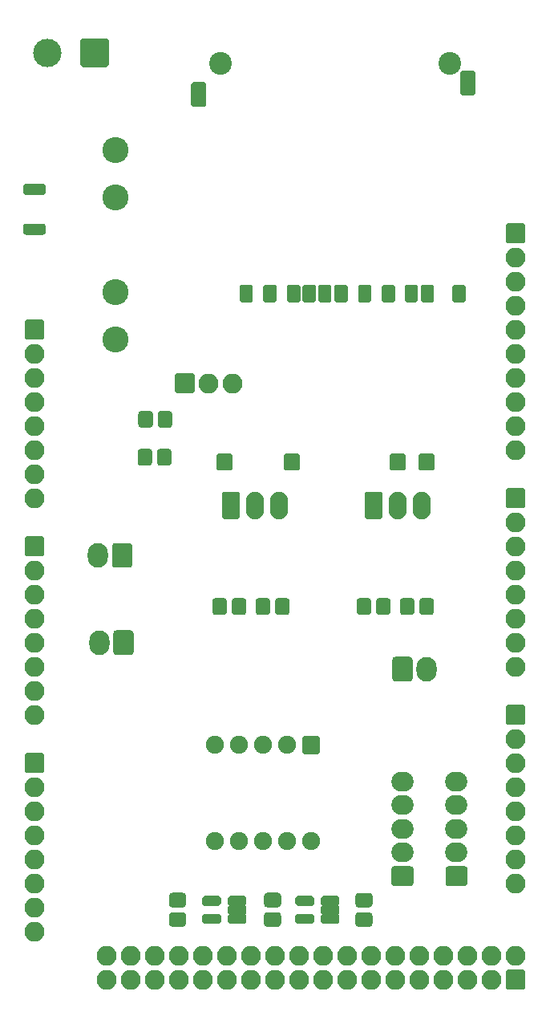
<source format=gbr>
G04 #@! TF.GenerationSoftware,KiCad,Pcbnew,(5.1.8)-1*
G04 #@! TF.CreationDate,2021-02-09T17:12:27-05:00*
G04 #@! TF.ProjectId,rlcs_power,726c6373-5f70-46f7-9765-722e6b696361,rev?*
G04 #@! TF.SameCoordinates,Original*
G04 #@! TF.FileFunction,Soldermask,Top*
G04 #@! TF.FilePolarity,Negative*
%FSLAX46Y46*%
G04 Gerber Fmt 4.6, Leading zero omitted, Abs format (unit mm)*
G04 Created by KiCad (PCBNEW (5.1.8)-1) date 2021-02-09 17:12:27*
%MOMM*%
%LPD*%
G01*
G04 APERTURE LIST*
%ADD10C,2.400000*%
%ADD11O,2.100000X2.100000*%
%ADD12O,2.350000X2.100000*%
%ADD13C,1.900000*%
%ADD14O,1.900000X2.900000*%
%ADD15O,2.140000X2.600000*%
%ADD16C,3.000000*%
%ADD17C,2.750000*%
G04 APERTURE END LIST*
G36*
G01*
X141600000Y-70540000D02*
X140400000Y-70540000D01*
G75*
G02*
X140200000Y-70340000I0J200000D01*
G01*
X140200000Y-68140000D01*
G75*
G02*
X140400000Y-67940000I200000J0D01*
G01*
X141600000Y-67940000D01*
G75*
G02*
X141800000Y-68140000I0J-200000D01*
G01*
X141800000Y-70340000D01*
G75*
G02*
X141600000Y-70540000I-200000J0D01*
G01*
G37*
D10*
X139100000Y-67140000D03*
G36*
G01*
X124775000Y-92390000D02*
X123775000Y-92390000D01*
G75*
G02*
X123575000Y-92190000I0J200000D01*
G01*
X123575000Y-90690000D01*
G75*
G02*
X123775000Y-90490000I200000J0D01*
G01*
X124775000Y-90490000D01*
G75*
G02*
X124975000Y-90690000I0J-200000D01*
G01*
X124975000Y-92190000D01*
G75*
G02*
X124775000Y-92390000I-200000J0D01*
G01*
G37*
G36*
G01*
X140600000Y-92390000D02*
X139600000Y-92390000D01*
G75*
G02*
X139400000Y-92190000I0J200000D01*
G01*
X139400000Y-90690000D01*
G75*
G02*
X139600000Y-90490000I200000J0D01*
G01*
X140600000Y-90490000D01*
G75*
G02*
X140800000Y-90690000I0J-200000D01*
G01*
X140800000Y-92190000D01*
G75*
G02*
X140600000Y-92390000I-200000J0D01*
G01*
G37*
G36*
G01*
X130625000Y-92390000D02*
X129625000Y-92390000D01*
G75*
G02*
X129425000Y-92190000I0J200000D01*
G01*
X129425000Y-90690000D01*
G75*
G02*
X129625000Y-90490000I200000J0D01*
G01*
X130625000Y-90490000D01*
G75*
G02*
X130825000Y-90690000I0J-200000D01*
G01*
X130825000Y-92190000D01*
G75*
G02*
X130625000Y-92390000I-200000J0D01*
G01*
G37*
G36*
G01*
X137250000Y-92390000D02*
X136250000Y-92390000D01*
G75*
G02*
X136050000Y-92190000I0J200000D01*
G01*
X136050000Y-90690000D01*
G75*
G02*
X136250000Y-90490000I200000J0D01*
G01*
X137250000Y-90490000D01*
G75*
G02*
X137450000Y-90690000I0J-200000D01*
G01*
X137450000Y-92190000D01*
G75*
G02*
X137250000Y-92390000I-200000J0D01*
G01*
G37*
G36*
G01*
X133125000Y-92390000D02*
X132125000Y-92390000D01*
G75*
G02*
X131925000Y-92190000I0J200000D01*
G01*
X131925000Y-90690000D01*
G75*
G02*
X132125000Y-90490000I200000J0D01*
G01*
X133125000Y-90490000D01*
G75*
G02*
X133325000Y-90690000I0J-200000D01*
G01*
X133325000Y-92190000D01*
G75*
G02*
X133125000Y-92390000I-200000J0D01*
G01*
G37*
G36*
G01*
X123125000Y-92390000D02*
X122125000Y-92390000D01*
G75*
G02*
X121925000Y-92190000I0J200000D01*
G01*
X121925000Y-90690000D01*
G75*
G02*
X122125000Y-90490000I200000J0D01*
G01*
X123125000Y-90490000D01*
G75*
G02*
X123325000Y-90690000I0J-200000D01*
G01*
X123325000Y-92190000D01*
G75*
G02*
X123125000Y-92390000I-200000J0D01*
G01*
G37*
G36*
G01*
X135550000Y-92390000D02*
X134550000Y-92390000D01*
G75*
G02*
X134350000Y-92190000I0J200000D01*
G01*
X134350000Y-90690000D01*
G75*
G02*
X134550000Y-90490000I200000J0D01*
G01*
X135550000Y-90490000D01*
G75*
G02*
X135750000Y-90690000I0J-200000D01*
G01*
X135750000Y-92190000D01*
G75*
G02*
X135550000Y-92390000I-200000J0D01*
G01*
G37*
G36*
G01*
X126425000Y-92390000D02*
X125425000Y-92390000D01*
G75*
G02*
X125225000Y-92190000I0J200000D01*
G01*
X125225000Y-90690000D01*
G75*
G02*
X125425000Y-90490000I200000J0D01*
G01*
X126425000Y-90490000D01*
G75*
G02*
X126625000Y-90690000I0J-200000D01*
G01*
X126625000Y-92190000D01*
G75*
G02*
X126425000Y-92390000I-200000J0D01*
G01*
G37*
G36*
G01*
X128125000Y-92390000D02*
X127125000Y-92390000D01*
G75*
G02*
X126925000Y-92190000I0J200000D01*
G01*
X126925000Y-90690000D01*
G75*
G02*
X127125000Y-90490000I200000J0D01*
G01*
X128125000Y-90490000D01*
G75*
G02*
X128325000Y-90690000I0J-200000D01*
G01*
X128325000Y-92190000D01*
G75*
G02*
X128125000Y-92390000I-200000J0D01*
G01*
G37*
G36*
G01*
X118125000Y-92390000D02*
X117125000Y-92390000D01*
G75*
G02*
X116925000Y-92190000I0J200000D01*
G01*
X116925000Y-90690000D01*
G75*
G02*
X117125000Y-90490000I200000J0D01*
G01*
X118125000Y-90490000D01*
G75*
G02*
X118325000Y-90690000I0J-200000D01*
G01*
X118325000Y-92190000D01*
G75*
G02*
X118125000Y-92390000I-200000J0D01*
G01*
G37*
G36*
G01*
X120625000Y-92390000D02*
X119625000Y-92390000D01*
G75*
G02*
X119425000Y-92190000I0J200000D01*
G01*
X119425000Y-90690000D01*
G75*
G02*
X119625000Y-90490000I200000J0D01*
G01*
X120625000Y-90490000D01*
G75*
G02*
X120825000Y-90690000I0J-200000D01*
G01*
X120825000Y-92190000D01*
G75*
G02*
X120625000Y-92390000I-200000J0D01*
G01*
G37*
X114900000Y-67140000D03*
G36*
G01*
X113200000Y-71740000D02*
X112000000Y-71740000D01*
G75*
G02*
X111800000Y-71540000I0J200000D01*
G01*
X111800000Y-69340000D01*
G75*
G02*
X112000000Y-69140000I200000J0D01*
G01*
X113200000Y-69140000D01*
G75*
G02*
X113400000Y-69340000I0J-200000D01*
G01*
X113400000Y-71540000D01*
G75*
G02*
X113200000Y-71740000I-200000J0D01*
G01*
G37*
G36*
G01*
X145000000Y-113880000D02*
X145000000Y-112180000D01*
G75*
G02*
X145200000Y-111980000I200000J0D01*
G01*
X146900000Y-111980000D01*
G75*
G02*
X147100000Y-112180000I0J-200000D01*
G01*
X147100000Y-113880000D01*
G75*
G02*
X146900000Y-114080000I-200000J0D01*
G01*
X145200000Y-114080000D01*
G75*
G02*
X145000000Y-113880000I0J200000D01*
G01*
G37*
D11*
X146050000Y-115570000D03*
X146050000Y-118110000D03*
X146050000Y-120650000D03*
X146050000Y-123190000D03*
X146050000Y-125730000D03*
X146050000Y-128270000D03*
X146050000Y-130810000D03*
X146050000Y-107950000D03*
X146050000Y-105410000D03*
X146050000Y-102870000D03*
X146050000Y-100330000D03*
X146050000Y-97790000D03*
X146050000Y-95250000D03*
X146050000Y-92710000D03*
X146050000Y-90170000D03*
X146050000Y-87630000D03*
G36*
G01*
X145000000Y-85940000D02*
X145000000Y-84240000D01*
G75*
G02*
X145200000Y-84040000I200000J0D01*
G01*
X146900000Y-84040000D01*
G75*
G02*
X147100000Y-84240000I0J-200000D01*
G01*
X147100000Y-85940000D01*
G75*
G02*
X146900000Y-86140000I-200000J0D01*
G01*
X145200000Y-86140000D01*
G75*
G02*
X145000000Y-85940000I0J200000D01*
G01*
G37*
G36*
G01*
X145000000Y-136740000D02*
X145000000Y-135040000D01*
G75*
G02*
X145200000Y-134840000I200000J0D01*
G01*
X146900000Y-134840000D01*
G75*
G02*
X147100000Y-135040000I0J-200000D01*
G01*
X147100000Y-136740000D01*
G75*
G02*
X146900000Y-136940000I-200000J0D01*
G01*
X145200000Y-136940000D01*
G75*
G02*
X145000000Y-136740000I0J200000D01*
G01*
G37*
X146050000Y-138430000D03*
X146050000Y-140970000D03*
X146050000Y-143510000D03*
X146050000Y-146050000D03*
X146050000Y-148590000D03*
X146050000Y-151130000D03*
X146050000Y-153670000D03*
G36*
G01*
X94200000Y-141820000D02*
X94200000Y-140120000D01*
G75*
G02*
X94400000Y-139920000I200000J0D01*
G01*
X96100000Y-139920000D01*
G75*
G02*
X96300000Y-140120000I0J-200000D01*
G01*
X96300000Y-141820000D01*
G75*
G02*
X96100000Y-142020000I-200000J0D01*
G01*
X94400000Y-142020000D01*
G75*
G02*
X94200000Y-141820000I0J200000D01*
G01*
G37*
X95250000Y-143510000D03*
X95250000Y-146050000D03*
X95250000Y-148590000D03*
X95250000Y-151130000D03*
X95250000Y-153670000D03*
X95250000Y-156210000D03*
X95250000Y-158750000D03*
G36*
G01*
X94200000Y-118960000D02*
X94200000Y-117260000D01*
G75*
G02*
X94400000Y-117060000I200000J0D01*
G01*
X96100000Y-117060000D01*
G75*
G02*
X96300000Y-117260000I0J-200000D01*
G01*
X96300000Y-118960000D01*
G75*
G02*
X96100000Y-119160000I-200000J0D01*
G01*
X94400000Y-119160000D01*
G75*
G02*
X94200000Y-118960000I0J200000D01*
G01*
G37*
X95250000Y-120650000D03*
X95250000Y-123190000D03*
X95250000Y-125730000D03*
X95250000Y-128270000D03*
X95250000Y-130810000D03*
X95250000Y-133350000D03*
X95250000Y-135890000D03*
G36*
G01*
X94200000Y-96100000D02*
X94200000Y-94400000D01*
G75*
G02*
X94400000Y-94200000I200000J0D01*
G01*
X96100000Y-94200000D01*
G75*
G02*
X96300000Y-94400000I0J-200000D01*
G01*
X96300000Y-96100000D01*
G75*
G02*
X96100000Y-96300000I-200000J0D01*
G01*
X94400000Y-96300000D01*
G75*
G02*
X94200000Y-96100000I0J200000D01*
G01*
G37*
X95250000Y-97790000D03*
X95250000Y-100330000D03*
X95250000Y-102870000D03*
X95250000Y-105410000D03*
X95250000Y-107950000D03*
X95250000Y-110490000D03*
X95250000Y-113030000D03*
G36*
G01*
X145200000Y-162780000D02*
X146900000Y-162780000D01*
G75*
G02*
X147100000Y-162980000I0J-200000D01*
G01*
X147100000Y-164680000D01*
G75*
G02*
X146900000Y-164880000I-200000J0D01*
G01*
X145200000Y-164880000D01*
G75*
G02*
X145000000Y-164680000I0J200000D01*
G01*
X145000000Y-162980000D01*
G75*
G02*
X145200000Y-162780000I200000J0D01*
G01*
G37*
X146050000Y-161290000D03*
X143510000Y-163830000D03*
X143510000Y-161290000D03*
X140970000Y-163830000D03*
X140970000Y-161290000D03*
X138430000Y-163830000D03*
X138430000Y-161290000D03*
X135890000Y-163830000D03*
X135890000Y-161290000D03*
X133350000Y-163830000D03*
X133350000Y-161290000D03*
X130810000Y-163830000D03*
X130810000Y-161290000D03*
X128270000Y-163830000D03*
X128270000Y-161290000D03*
X125730000Y-163830000D03*
X125730000Y-161290000D03*
X123190000Y-163830000D03*
X123190000Y-161290000D03*
X120650000Y-163830000D03*
X120650000Y-161290000D03*
X118110000Y-163830000D03*
X118110000Y-161290000D03*
X115570000Y-163830000D03*
X115570000Y-161290000D03*
X113030000Y-163830000D03*
X113030000Y-161290000D03*
X110490000Y-163830000D03*
X110490000Y-161290000D03*
X107950000Y-163830000D03*
X107950000Y-161290000D03*
X105410000Y-163830000D03*
X105410000Y-161290000D03*
X102870000Y-163830000D03*
X102870000Y-161290000D03*
X116205000Y-100901500D03*
X113665000Y-100901500D03*
G36*
G01*
X111975000Y-101951500D02*
X110275000Y-101951500D01*
G75*
G02*
X110075000Y-101751500I0J200000D01*
G01*
X110075000Y-100051500D01*
G75*
G02*
X110275000Y-99851500I200000J0D01*
G01*
X111975000Y-99851500D01*
G75*
G02*
X112175000Y-100051500I0J-200000D01*
G01*
X112175000Y-101751500D01*
G75*
G02*
X111975000Y-101951500I-200000J0D01*
G01*
G37*
G36*
G01*
X96150000Y-85250000D02*
X94350000Y-85250000D01*
G75*
G02*
X94050000Y-84950000I0J300000D01*
G01*
X94050000Y-84350000D01*
G75*
G02*
X94350000Y-84050000I300000J0D01*
G01*
X96150000Y-84050000D01*
G75*
G02*
X96450000Y-84350000I0J-300000D01*
G01*
X96450000Y-84950000D01*
G75*
G02*
X96150000Y-85250000I-300000J0D01*
G01*
G37*
G36*
G01*
X96150000Y-81050000D02*
X94350000Y-81050000D01*
G75*
G02*
X94050000Y-80750000I0J300000D01*
G01*
X94050000Y-80150000D01*
G75*
G02*
X94350000Y-79850000I300000J0D01*
G01*
X96150000Y-79850000D01*
G75*
G02*
X96450000Y-80150000I0J-300000D01*
G01*
X96450000Y-80750000D01*
G75*
G02*
X96150000Y-81050000I-300000J0D01*
G01*
G37*
D12*
X139827000Y-142908000D03*
X139827000Y-145408000D03*
X139827000Y-147908000D03*
X139827000Y-150408000D03*
G36*
G01*
X140693177Y-153958000D02*
X138960823Y-153958000D01*
G75*
G02*
X138652000Y-153649177I0J308823D01*
G01*
X138652000Y-152166823D01*
G75*
G02*
X138960823Y-151858000I308823J0D01*
G01*
X140693177Y-151858000D01*
G75*
G02*
X141002000Y-152166823I0J-308823D01*
G01*
X141002000Y-153649177D01*
G75*
G02*
X140693177Y-153958000I-308823J0D01*
G01*
G37*
X134112000Y-142908000D03*
X134112000Y-145408000D03*
X134112000Y-147908000D03*
X134112000Y-150408000D03*
G36*
G01*
X134978177Y-153958000D02*
X133245823Y-153958000D01*
G75*
G02*
X132937000Y-153649177I0J308823D01*
G01*
X132937000Y-152166823D01*
G75*
G02*
X133245823Y-151858000I308823J0D01*
G01*
X134978177Y-151858000D01*
G75*
G02*
X135287000Y-152166823I0J-308823D01*
G01*
X135287000Y-153649177D01*
G75*
G02*
X134978177Y-153958000I-308823J0D01*
G01*
G37*
G36*
G01*
X123710000Y-138115000D02*
X125210000Y-138115000D01*
G75*
G02*
X125410000Y-138315000I0J-200000D01*
G01*
X125410000Y-139815000D01*
G75*
G02*
X125210000Y-140015000I-200000J0D01*
G01*
X123710000Y-140015000D01*
G75*
G02*
X123510000Y-139815000I0J200000D01*
G01*
X123510000Y-138315000D01*
G75*
G02*
X123710000Y-138115000I200000J0D01*
G01*
G37*
D13*
X121920000Y-139065000D03*
X119380000Y-139065000D03*
X116840000Y-139065000D03*
X114300000Y-139065000D03*
X114300000Y-149225000D03*
X116840000Y-149225000D03*
X119380000Y-149225000D03*
X121920000Y-149225000D03*
X124460000Y-149225000D03*
G36*
G01*
X121553000Y-109895000D02*
X121553000Y-108545000D01*
G75*
G02*
X121753000Y-108345000I200000J0D01*
G01*
X123103000Y-108345000D01*
G75*
G02*
X123303000Y-108545000I0J-200000D01*
G01*
X123303000Y-109895000D01*
G75*
G02*
X123103000Y-110095000I-200000J0D01*
G01*
X121753000Y-110095000D01*
G75*
G02*
X121553000Y-109895000I0J200000D01*
G01*
G37*
G36*
G01*
X135777000Y-109895000D02*
X135777000Y-108545000D01*
G75*
G02*
X135977000Y-108345000I200000J0D01*
G01*
X137327000Y-108345000D01*
G75*
G02*
X137527000Y-108545000I0J-200000D01*
G01*
X137527000Y-109895000D01*
G75*
G02*
X137327000Y-110095000I-200000J0D01*
G01*
X135977000Y-110095000D01*
G75*
G02*
X135777000Y-109895000I0J200000D01*
G01*
G37*
G36*
G01*
X114441000Y-109895000D02*
X114441000Y-108545000D01*
G75*
G02*
X114641000Y-108345000I200000J0D01*
G01*
X115991000Y-108345000D01*
G75*
G02*
X116191000Y-108545000I0J-200000D01*
G01*
X116191000Y-109895000D01*
G75*
G02*
X115991000Y-110095000I-200000J0D01*
G01*
X114641000Y-110095000D01*
G75*
G02*
X114441000Y-109895000I0J200000D01*
G01*
G37*
D14*
X121094500Y-113792000D03*
X118554500Y-113792000D03*
G36*
G01*
X115064500Y-115042000D02*
X115064500Y-112542000D01*
G75*
G02*
X115264500Y-112342000I200000J0D01*
G01*
X116764500Y-112342000D01*
G75*
G02*
X116964500Y-112542000I0J-200000D01*
G01*
X116964500Y-115042000D01*
G75*
G02*
X116764500Y-115242000I-200000J0D01*
G01*
X115264500Y-115242000D01*
G75*
G02*
X115064500Y-115042000I0J200000D01*
G01*
G37*
X136144000Y-113792000D03*
X133604000Y-113792000D03*
G36*
G01*
X130114000Y-115042000D02*
X130114000Y-112542000D01*
G75*
G02*
X130314000Y-112342000I200000J0D01*
G01*
X131814000Y-112342000D01*
G75*
G02*
X132014000Y-112542000I0J-200000D01*
G01*
X132014000Y-115042000D01*
G75*
G02*
X131814000Y-115242000I-200000J0D01*
G01*
X130314000Y-115242000D01*
G75*
G02*
X130114000Y-115042000I0J200000D01*
G01*
G37*
G36*
G01*
X130611045Y-156214000D02*
X129484955Y-156214000D01*
G75*
G02*
X129148000Y-155877045I0J336955D01*
G01*
X129148000Y-155000955D01*
G75*
G02*
X129484955Y-154664000I336955J0D01*
G01*
X130611045Y-154664000D01*
G75*
G02*
X130948000Y-155000955I0J-336955D01*
G01*
X130948000Y-155877045D01*
G75*
G02*
X130611045Y-156214000I-336955J0D01*
G01*
G37*
G36*
G01*
X130611045Y-158264000D02*
X129484955Y-158264000D01*
G75*
G02*
X129148000Y-157927045I0J336955D01*
G01*
X129148000Y-157050955D01*
G75*
G02*
X129484955Y-156714000I336955J0D01*
G01*
X130611045Y-156714000D01*
G75*
G02*
X130948000Y-157050955I0J-336955D01*
G01*
X130948000Y-157927045D01*
G75*
G02*
X130611045Y-158264000I-336955J0D01*
G01*
G37*
G36*
G01*
X110926045Y-156205000D02*
X109799955Y-156205000D01*
G75*
G02*
X109463000Y-155868045I0J336955D01*
G01*
X109463000Y-154991955D01*
G75*
G02*
X109799955Y-154655000I336955J0D01*
G01*
X110926045Y-154655000D01*
G75*
G02*
X111263000Y-154991955I0J-336955D01*
G01*
X111263000Y-155868045D01*
G75*
G02*
X110926045Y-156205000I-336955J0D01*
G01*
G37*
G36*
G01*
X110926045Y-158255000D02*
X109799955Y-158255000D01*
G75*
G02*
X109463000Y-157918045I0J336955D01*
G01*
X109463000Y-157041955D01*
G75*
G02*
X109799955Y-156705000I336955J0D01*
G01*
X110926045Y-156705000D01*
G75*
G02*
X111263000Y-157041955I0J-336955D01*
G01*
X111263000Y-157918045D01*
G75*
G02*
X110926045Y-158255000I-336955J0D01*
G01*
G37*
G36*
G01*
X120959045Y-156205000D02*
X119832955Y-156205000D01*
G75*
G02*
X119496000Y-155868045I0J336955D01*
G01*
X119496000Y-154991955D01*
G75*
G02*
X119832955Y-154655000I336955J0D01*
G01*
X120959045Y-154655000D01*
G75*
G02*
X121296000Y-154991955I0J-336955D01*
G01*
X121296000Y-155868045D01*
G75*
G02*
X120959045Y-156205000I-336955J0D01*
G01*
G37*
G36*
G01*
X120959045Y-158255000D02*
X119832955Y-158255000D01*
G75*
G02*
X119496000Y-157918045I0J336955D01*
G01*
X119496000Y-157041955D01*
G75*
G02*
X119832955Y-156705000I336955J0D01*
G01*
X120959045Y-156705000D01*
G75*
G02*
X121296000Y-157041955I0J-336955D01*
G01*
X121296000Y-157918045D01*
G75*
G02*
X120959045Y-158255000I-336955J0D01*
G01*
G37*
G36*
G01*
X107763500Y-104148455D02*
X107763500Y-105274545D01*
G75*
G02*
X107426545Y-105611500I-336955J0D01*
G01*
X106550455Y-105611500D01*
G75*
G02*
X106213500Y-105274545I0J336955D01*
G01*
X106213500Y-104148455D01*
G75*
G02*
X106550455Y-103811500I336955J0D01*
G01*
X107426545Y-103811500D01*
G75*
G02*
X107763500Y-104148455I0J-336955D01*
G01*
G37*
G36*
G01*
X109813500Y-104148455D02*
X109813500Y-105274545D01*
G75*
G02*
X109476545Y-105611500I-336955J0D01*
G01*
X108600455Y-105611500D01*
G75*
G02*
X108263500Y-105274545I0J336955D01*
G01*
X108263500Y-104148455D01*
G75*
G02*
X108600455Y-103811500I336955J0D01*
G01*
X109476545Y-103811500D01*
G75*
G02*
X109813500Y-104148455I0J-336955D01*
G01*
G37*
D15*
X136652000Y-131064000D03*
G36*
G01*
X133042000Y-132056530D02*
X133042000Y-130071470D01*
G75*
G02*
X133349470Y-129764000I307470J0D01*
G01*
X134874530Y-129764000D01*
G75*
G02*
X135182000Y-130071470I0J-307470D01*
G01*
X135182000Y-132056530D01*
G75*
G02*
X134874530Y-132364000I-307470J0D01*
G01*
X133349470Y-132364000D01*
G75*
G02*
X133042000Y-132056530I0J307470D01*
G01*
G37*
X102108000Y-128270000D03*
G36*
G01*
X105718000Y-127277470D02*
X105718000Y-129262530D01*
G75*
G02*
X105410530Y-129570000I-307470J0D01*
G01*
X103885470Y-129570000D01*
G75*
G02*
X103578000Y-129262530I0J307470D01*
G01*
X103578000Y-127277470D01*
G75*
G02*
X103885470Y-126970000I307470J0D01*
G01*
X105410530Y-126970000D01*
G75*
G02*
X105718000Y-127277470I0J-307470D01*
G01*
G37*
X101981000Y-119062500D03*
G36*
G01*
X105591000Y-118069970D02*
X105591000Y-120055030D01*
G75*
G02*
X105283530Y-120362500I-307470J0D01*
G01*
X103758470Y-120362500D01*
G75*
G02*
X103451000Y-120055030I0J307470D01*
G01*
X103451000Y-118069970D01*
G75*
G02*
X103758470Y-117762500I307470J0D01*
G01*
X105283530Y-117762500D01*
G75*
G02*
X105591000Y-118069970I0J-307470D01*
G01*
G37*
D16*
X96600000Y-66040000D03*
G36*
G01*
X103100000Y-64740000D02*
X103100000Y-67340000D01*
G75*
G02*
X102900000Y-67540000I-200000J0D01*
G01*
X100300000Y-67540000D01*
G75*
G02*
X100100000Y-67340000I0J200000D01*
G01*
X100100000Y-64740000D01*
G75*
G02*
X100300000Y-64540000I200000J0D01*
G01*
X102900000Y-64540000D01*
G75*
G02*
X103100000Y-64740000I0J-200000D01*
G01*
G37*
G36*
G01*
X116083000Y-125023045D02*
X116083000Y-123896955D01*
G75*
G02*
X116419955Y-123560000I336955J0D01*
G01*
X117296045Y-123560000D01*
G75*
G02*
X117633000Y-123896955I0J-336955D01*
G01*
X117633000Y-125023045D01*
G75*
G02*
X117296045Y-125360000I-336955J0D01*
G01*
X116419955Y-125360000D01*
G75*
G02*
X116083000Y-125023045I0J336955D01*
G01*
G37*
G36*
G01*
X114033000Y-125023045D02*
X114033000Y-123896955D01*
G75*
G02*
X114369955Y-123560000I336955J0D01*
G01*
X115246045Y-123560000D01*
G75*
G02*
X115583000Y-123896955I0J-336955D01*
G01*
X115583000Y-125023045D01*
G75*
G02*
X115246045Y-125360000I-336955J0D01*
G01*
X114369955Y-125360000D01*
G75*
G02*
X114033000Y-125023045I0J336955D01*
G01*
G37*
G36*
G01*
X135395000Y-123896955D02*
X135395000Y-125023045D01*
G75*
G02*
X135058045Y-125360000I-336955J0D01*
G01*
X134181955Y-125360000D01*
G75*
G02*
X133845000Y-125023045I0J336955D01*
G01*
X133845000Y-123896955D01*
G75*
G02*
X134181955Y-123560000I336955J0D01*
G01*
X135058045Y-123560000D01*
G75*
G02*
X135395000Y-123896955I0J-336955D01*
G01*
G37*
G36*
G01*
X137445000Y-123896955D02*
X137445000Y-125023045D01*
G75*
G02*
X137108045Y-125360000I-336955J0D01*
G01*
X136231955Y-125360000D01*
G75*
G02*
X135895000Y-125023045I0J336955D01*
G01*
X135895000Y-123896955D01*
G75*
G02*
X136231955Y-123560000I336955J0D01*
G01*
X137108045Y-123560000D01*
G75*
G02*
X137445000Y-123896955I0J-336955D01*
G01*
G37*
G36*
G01*
X131323000Y-125014045D02*
X131323000Y-123887955D01*
G75*
G02*
X131659955Y-123551000I336955J0D01*
G01*
X132536045Y-123551000D01*
G75*
G02*
X132873000Y-123887955I0J-336955D01*
G01*
X132873000Y-125014045D01*
G75*
G02*
X132536045Y-125351000I-336955J0D01*
G01*
X131659955Y-125351000D01*
G75*
G02*
X131323000Y-125014045I0J336955D01*
G01*
G37*
G36*
G01*
X129273000Y-125014045D02*
X129273000Y-123887955D01*
G75*
G02*
X129609955Y-123551000I336955J0D01*
G01*
X130486045Y-123551000D01*
G75*
G02*
X130823000Y-123887955I0J-336955D01*
G01*
X130823000Y-125014045D01*
G75*
G02*
X130486045Y-125351000I-336955J0D01*
G01*
X129609955Y-125351000D01*
G75*
G02*
X129273000Y-125014045I0J336955D01*
G01*
G37*
G36*
G01*
X114946000Y-157089000D02*
X114946000Y-157739000D01*
G75*
G02*
X114746000Y-157939000I-200000J0D01*
G01*
X113186000Y-157939000D01*
G75*
G02*
X112986000Y-157739000I0J200000D01*
G01*
X112986000Y-157089000D01*
G75*
G02*
X113186000Y-156889000I200000J0D01*
G01*
X114746000Y-156889000D01*
G75*
G02*
X114946000Y-157089000I0J-200000D01*
G01*
G37*
G36*
G01*
X114946000Y-155189000D02*
X114946000Y-155839000D01*
G75*
G02*
X114746000Y-156039000I-200000J0D01*
G01*
X113186000Y-156039000D01*
G75*
G02*
X112986000Y-155839000I0J200000D01*
G01*
X112986000Y-155189000D01*
G75*
G02*
X113186000Y-154989000I200000J0D01*
G01*
X114746000Y-154989000D01*
G75*
G02*
X114946000Y-155189000I0J-200000D01*
G01*
G37*
G36*
G01*
X117646000Y-155189000D02*
X117646000Y-155839000D01*
G75*
G02*
X117446000Y-156039000I-200000J0D01*
G01*
X115886000Y-156039000D01*
G75*
G02*
X115686000Y-155839000I0J200000D01*
G01*
X115686000Y-155189000D01*
G75*
G02*
X115886000Y-154989000I200000J0D01*
G01*
X117446000Y-154989000D01*
G75*
G02*
X117646000Y-155189000I0J-200000D01*
G01*
G37*
G36*
G01*
X117646000Y-156139000D02*
X117646000Y-156789000D01*
G75*
G02*
X117446000Y-156989000I-200000J0D01*
G01*
X115886000Y-156989000D01*
G75*
G02*
X115686000Y-156789000I0J200000D01*
G01*
X115686000Y-156139000D01*
G75*
G02*
X115886000Y-155939000I200000J0D01*
G01*
X117446000Y-155939000D01*
G75*
G02*
X117646000Y-156139000I0J-200000D01*
G01*
G37*
G36*
G01*
X117646000Y-157089000D02*
X117646000Y-157739000D01*
G75*
G02*
X117446000Y-157939000I-200000J0D01*
G01*
X115886000Y-157939000D01*
G75*
G02*
X115686000Y-157739000I0J200000D01*
G01*
X115686000Y-157089000D01*
G75*
G02*
X115886000Y-156889000I200000J0D01*
G01*
X117446000Y-156889000D01*
G75*
G02*
X117646000Y-157089000I0J-200000D01*
G01*
G37*
G36*
G01*
X124772000Y-157089000D02*
X124772000Y-157739000D01*
G75*
G02*
X124572000Y-157939000I-200000J0D01*
G01*
X123012000Y-157939000D01*
G75*
G02*
X122812000Y-157739000I0J200000D01*
G01*
X122812000Y-157089000D01*
G75*
G02*
X123012000Y-156889000I200000J0D01*
G01*
X124572000Y-156889000D01*
G75*
G02*
X124772000Y-157089000I0J-200000D01*
G01*
G37*
G36*
G01*
X124772000Y-155189000D02*
X124772000Y-155839000D01*
G75*
G02*
X124572000Y-156039000I-200000J0D01*
G01*
X123012000Y-156039000D01*
G75*
G02*
X122812000Y-155839000I0J200000D01*
G01*
X122812000Y-155189000D01*
G75*
G02*
X123012000Y-154989000I200000J0D01*
G01*
X124572000Y-154989000D01*
G75*
G02*
X124772000Y-155189000I0J-200000D01*
G01*
G37*
G36*
G01*
X127472000Y-155189000D02*
X127472000Y-155839000D01*
G75*
G02*
X127272000Y-156039000I-200000J0D01*
G01*
X125712000Y-156039000D01*
G75*
G02*
X125512000Y-155839000I0J200000D01*
G01*
X125512000Y-155189000D01*
G75*
G02*
X125712000Y-154989000I200000J0D01*
G01*
X127272000Y-154989000D01*
G75*
G02*
X127472000Y-155189000I0J-200000D01*
G01*
G37*
G36*
G01*
X127472000Y-156139000D02*
X127472000Y-156789000D01*
G75*
G02*
X127272000Y-156989000I-200000J0D01*
G01*
X125712000Y-156989000D01*
G75*
G02*
X125512000Y-156789000I0J200000D01*
G01*
X125512000Y-156139000D01*
G75*
G02*
X125712000Y-155939000I200000J0D01*
G01*
X127272000Y-155939000D01*
G75*
G02*
X127472000Y-156139000I0J-200000D01*
G01*
G37*
G36*
G01*
X127472000Y-157089000D02*
X127472000Y-157739000D01*
G75*
G02*
X127272000Y-157939000I-200000J0D01*
G01*
X125712000Y-157939000D01*
G75*
G02*
X125512000Y-157739000I0J200000D01*
G01*
X125512000Y-157089000D01*
G75*
G02*
X125712000Y-156889000I200000J0D01*
G01*
X127272000Y-156889000D01*
G75*
G02*
X127472000Y-157089000I0J-200000D01*
G01*
G37*
D17*
X103822500Y-91263500D03*
X103822500Y-96263500D03*
X103822500Y-81263500D03*
X103822500Y-76263500D03*
G36*
G01*
X122205000Y-123896955D02*
X122205000Y-125023045D01*
G75*
G02*
X121868045Y-125360000I-336955J0D01*
G01*
X120991955Y-125360000D01*
G75*
G02*
X120655000Y-125023045I0J336955D01*
G01*
X120655000Y-123896955D01*
G75*
G02*
X120991955Y-123560000I336955J0D01*
G01*
X121868045Y-123560000D01*
G75*
G02*
X122205000Y-123896955I0J-336955D01*
G01*
G37*
G36*
G01*
X120155000Y-123896955D02*
X120155000Y-125023045D01*
G75*
G02*
X119818045Y-125360000I-336955J0D01*
G01*
X118941955Y-125360000D01*
G75*
G02*
X118605000Y-125023045I0J336955D01*
G01*
X118605000Y-123896955D01*
G75*
G02*
X118941955Y-123560000I336955J0D01*
G01*
X119818045Y-123560000D01*
G75*
G02*
X120155000Y-123896955I0J-336955D01*
G01*
G37*
G36*
G01*
X108191000Y-109275045D02*
X108191000Y-108148955D01*
G75*
G02*
X108527955Y-107812000I336955J0D01*
G01*
X109404045Y-107812000D01*
G75*
G02*
X109741000Y-108148955I0J-336955D01*
G01*
X109741000Y-109275045D01*
G75*
G02*
X109404045Y-109612000I-336955J0D01*
G01*
X108527955Y-109612000D01*
G75*
G02*
X108191000Y-109275045I0J336955D01*
G01*
G37*
G36*
G01*
X106141000Y-109275045D02*
X106141000Y-108148955D01*
G75*
G02*
X106477955Y-107812000I336955J0D01*
G01*
X107354045Y-107812000D01*
G75*
G02*
X107691000Y-108148955I0J-336955D01*
G01*
X107691000Y-109275045D01*
G75*
G02*
X107354045Y-109612000I-336955J0D01*
G01*
X106477955Y-109612000D01*
G75*
G02*
X106141000Y-109275045I0J336955D01*
G01*
G37*
G36*
G01*
X132729000Y-109895000D02*
X132729000Y-108545000D01*
G75*
G02*
X132929000Y-108345000I200000J0D01*
G01*
X134279000Y-108345000D01*
G75*
G02*
X134479000Y-108545000I0J-200000D01*
G01*
X134479000Y-109895000D01*
G75*
G02*
X134279000Y-110095000I-200000J0D01*
G01*
X132929000Y-110095000D01*
G75*
G02*
X132729000Y-109895000I0J200000D01*
G01*
G37*
M02*

</source>
